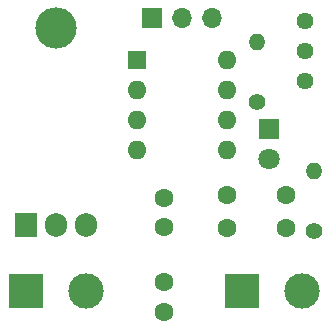
<source format=gbr>
%TF.GenerationSoftware,KiCad,Pcbnew,(5.1.7)-1*%
%TF.CreationDate,2021-03-06T16:41:31+01:00*%
%TF.ProjectId,VarFreq_TH,56617246-7265-4715-9f54-482e6b696361,rev?*%
%TF.SameCoordinates,Original*%
%TF.FileFunction,Soldermask,Top*%
%TF.FilePolarity,Negative*%
%FSLAX46Y46*%
G04 Gerber Fmt 4.6, Leading zero omitted, Abs format (unit mm)*
G04 Created by KiCad (PCBNEW (5.1.7)-1) date 2021-03-06 16:41:31*
%MOMM*%
%LPD*%
G01*
G04 APERTURE LIST*
%ADD10O,3.500000X3.500000*%
%ADD11R,1.905000X2.000000*%
%ADD12O,1.905000X2.000000*%
%ADD13C,1.600000*%
%ADD14R,1.800000X1.800000*%
%ADD15C,1.800000*%
%ADD16C,3.000000*%
%ADD17R,3.000000X3.000000*%
%ADD18R,1.700000X1.700000*%
%ADD19O,1.700000X1.700000*%
%ADD20O,1.400000X1.400000*%
%ADD21C,1.400000*%
%ADD22C,1.440000*%
%ADD23R,1.600000X1.600000*%
%ADD24O,1.600000X1.600000*%
G04 APERTURE END LIST*
D10*
%TO.C,U1*%
X33020000Y-32616000D03*
D11*
X30480000Y-49276000D03*
D12*
X33020000Y-49276000D03*
X35560000Y-49276000D03*
%TD*%
D13*
%TO.C,C1*%
X42164000Y-56642000D03*
X42164000Y-54142000D03*
%TD*%
%TO.C,C2*%
X42164000Y-49490000D03*
X42164000Y-46990000D03*
%TD*%
%TO.C,C3*%
X52498000Y-46736000D03*
X47498000Y-46736000D03*
%TD*%
%TO.C,C4*%
X47498000Y-49530000D03*
X52498000Y-49530000D03*
%TD*%
D14*
%TO.C,D1*%
X51054000Y-41148000D03*
D15*
X51054000Y-43688000D03*
%TD*%
D16*
%TO.C,J1*%
X35560000Y-54864000D03*
D17*
X30480000Y-54864000D03*
%TD*%
%TO.C,J2*%
X48768000Y-54864000D03*
D16*
X53848000Y-54864000D03*
%TD*%
D18*
%TO.C,J3*%
X41148000Y-31750000D03*
D19*
X43688000Y-31750000D03*
X46228000Y-31750000D03*
%TD*%
D20*
%TO.C,R1*%
X54864000Y-44704000D03*
D21*
X54864000Y-49784000D03*
%TD*%
%TO.C,R2*%
X50038000Y-38862000D03*
D20*
X50038000Y-33782000D03*
%TD*%
D22*
%TO.C,RV1*%
X54102000Y-37084000D03*
X54102000Y-34544000D03*
X54102000Y-32004000D03*
%TD*%
D23*
%TO.C,U2*%
X39878000Y-35306000D03*
D24*
X47498000Y-42926000D03*
X39878000Y-37846000D03*
X47498000Y-40386000D03*
X39878000Y-40386000D03*
X47498000Y-37846000D03*
X39878000Y-42926000D03*
X47498000Y-35306000D03*
%TD*%
M02*

</source>
